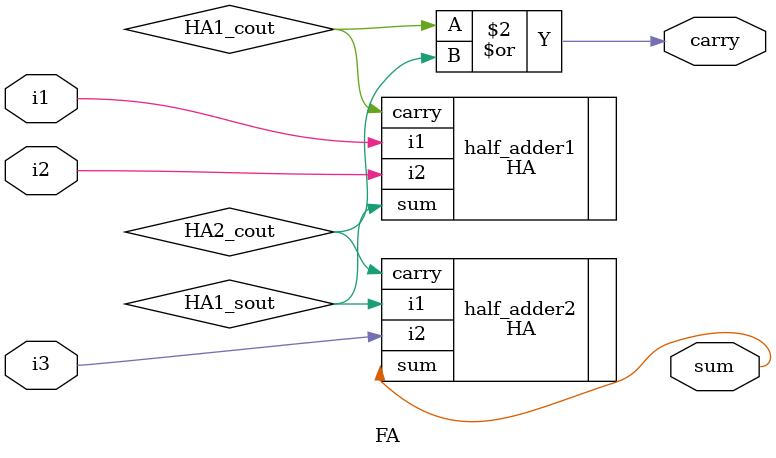
<source format=v>
`include "half_adder.v"

module FA (sum, carry, i1, i2, i3);
//-------input ports-----------
input i1;
input i2;
input i3;

//-------output ports----------
output sum;  //Should not be reg, because it's continuously assigned to
                      //Whatever comes out of half_adder2's sum port
output reg carry;

//-------wires needed----------
wire HA1_cout;
wire HA1_sout;
wire HA2_cout;

//------modules needed---------
HA half_adder1(
    .i1(i1),
    .i2(i2),
    .sum(HA1_sout),
    .carry(HA1_cout)
);
HA half_adder2(
    .i1(HA1_sout),
    .i2(i3),
    .sum(sum),
    .carry(HA2_cout)
);
//Could just do an assign instead of always
//assign carry = a & b;
//assign sum = a ^ b;


always @ (i1 or i2 or i3)
begin
    carry = HA1_cout | HA2_cout; //bitwise OR
end

endmodule


</source>
